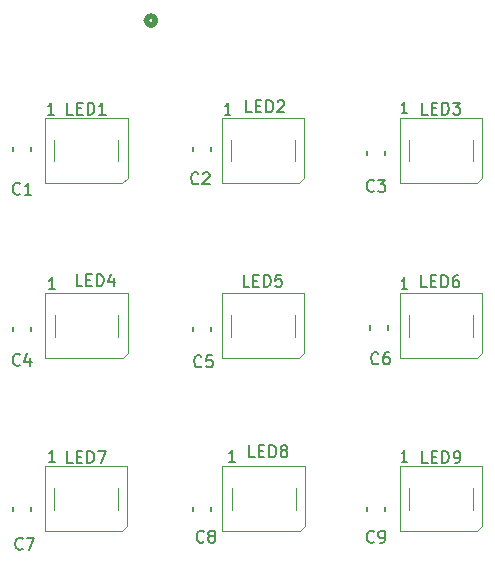
<source format=gbr>
%TF.GenerationSoftware,KiCad,Pcbnew,8.0.7*%
%TF.CreationDate,2025-02-24T23:51:06-05:00*%
%TF.ProjectId,pcb2,70636232-2e6b-4696-9361-645f70636258,rev?*%
%TF.SameCoordinates,Original*%
%TF.FileFunction,Legend,Top*%
%TF.FilePolarity,Positive*%
%FSLAX46Y46*%
G04 Gerber Fmt 4.6, Leading zero omitted, Abs format (unit mm)*
G04 Created by KiCad (PCBNEW 8.0.7) date 2025-02-24 23:51:06*
%MOMM*%
%LPD*%
G01*
G04 APERTURE LIST*
%ADD10C,0.150000*%
%ADD11C,0.152400*%
%ADD12C,0.120000*%
%ADD13C,0.508000*%
G04 APERTURE END LIST*
D10*
X147280333Y-104753580D02*
X147232714Y-104801200D01*
X147232714Y-104801200D02*
X147089857Y-104848819D01*
X147089857Y-104848819D02*
X146994619Y-104848819D01*
X146994619Y-104848819D02*
X146851762Y-104801200D01*
X146851762Y-104801200D02*
X146756524Y-104705961D01*
X146756524Y-104705961D02*
X146708905Y-104610723D01*
X146708905Y-104610723D02*
X146661286Y-104420247D01*
X146661286Y-104420247D02*
X146661286Y-104277390D01*
X146661286Y-104277390D02*
X146708905Y-104086914D01*
X146708905Y-104086914D02*
X146756524Y-103991676D01*
X146756524Y-103991676D02*
X146851762Y-103896438D01*
X146851762Y-103896438D02*
X146994619Y-103848819D01*
X146994619Y-103848819D02*
X147089857Y-103848819D01*
X147089857Y-103848819D02*
X147232714Y-103896438D01*
X147232714Y-103896438D02*
X147280333Y-103944057D01*
X148185095Y-103848819D02*
X147708905Y-103848819D01*
X147708905Y-103848819D02*
X147661286Y-104325009D01*
X147661286Y-104325009D02*
X147708905Y-104277390D01*
X147708905Y-104277390D02*
X147804143Y-104229771D01*
X147804143Y-104229771D02*
X148042238Y-104229771D01*
X148042238Y-104229771D02*
X148137476Y-104277390D01*
X148137476Y-104277390D02*
X148185095Y-104325009D01*
X148185095Y-104325009D02*
X148232714Y-104420247D01*
X148232714Y-104420247D02*
X148232714Y-104658342D01*
X148232714Y-104658342D02*
X148185095Y-104753580D01*
X148185095Y-104753580D02*
X148137476Y-104801200D01*
X148137476Y-104801200D02*
X148042238Y-104848819D01*
X148042238Y-104848819D02*
X147804143Y-104848819D01*
X147804143Y-104848819D02*
X147708905Y-104801200D01*
X147708905Y-104801200D02*
X147661286Y-104753580D01*
X147026333Y-89259580D02*
X146978714Y-89307200D01*
X146978714Y-89307200D02*
X146835857Y-89354819D01*
X146835857Y-89354819D02*
X146740619Y-89354819D01*
X146740619Y-89354819D02*
X146597762Y-89307200D01*
X146597762Y-89307200D02*
X146502524Y-89211961D01*
X146502524Y-89211961D02*
X146454905Y-89116723D01*
X146454905Y-89116723D02*
X146407286Y-88926247D01*
X146407286Y-88926247D02*
X146407286Y-88783390D01*
X146407286Y-88783390D02*
X146454905Y-88592914D01*
X146454905Y-88592914D02*
X146502524Y-88497676D01*
X146502524Y-88497676D02*
X146597762Y-88402438D01*
X146597762Y-88402438D02*
X146740619Y-88354819D01*
X146740619Y-88354819D02*
X146835857Y-88354819D01*
X146835857Y-88354819D02*
X146978714Y-88402438D01*
X146978714Y-88402438D02*
X147026333Y-88450057D01*
X147407286Y-88450057D02*
X147454905Y-88402438D01*
X147454905Y-88402438D02*
X147550143Y-88354819D01*
X147550143Y-88354819D02*
X147788238Y-88354819D01*
X147788238Y-88354819D02*
X147883476Y-88402438D01*
X147883476Y-88402438D02*
X147931095Y-88450057D01*
X147931095Y-88450057D02*
X147978714Y-88545295D01*
X147978714Y-88545295D02*
X147978714Y-88640533D01*
X147978714Y-88640533D02*
X147931095Y-88783390D01*
X147931095Y-88783390D02*
X147359667Y-89354819D01*
X147359667Y-89354819D02*
X147978714Y-89354819D01*
X166355952Y-98079819D02*
X165879762Y-98079819D01*
X165879762Y-98079819D02*
X165879762Y-97079819D01*
X166689286Y-97556009D02*
X167022619Y-97556009D01*
X167165476Y-98079819D02*
X166689286Y-98079819D01*
X166689286Y-98079819D02*
X166689286Y-97079819D01*
X166689286Y-97079819D02*
X167165476Y-97079819D01*
X167594048Y-98079819D02*
X167594048Y-97079819D01*
X167594048Y-97079819D02*
X167832143Y-97079819D01*
X167832143Y-97079819D02*
X167975000Y-97127438D01*
X167975000Y-97127438D02*
X168070238Y-97222676D01*
X168070238Y-97222676D02*
X168117857Y-97317914D01*
X168117857Y-97317914D02*
X168165476Y-97508390D01*
X168165476Y-97508390D02*
X168165476Y-97651247D01*
X168165476Y-97651247D02*
X168117857Y-97841723D01*
X168117857Y-97841723D02*
X168070238Y-97936961D01*
X168070238Y-97936961D02*
X167975000Y-98032200D01*
X167975000Y-98032200D02*
X167832143Y-98079819D01*
X167832143Y-98079819D02*
X167594048Y-98079819D01*
X169022619Y-97079819D02*
X168832143Y-97079819D01*
X168832143Y-97079819D02*
X168736905Y-97127438D01*
X168736905Y-97127438D02*
X168689286Y-97175057D01*
X168689286Y-97175057D02*
X168594048Y-97317914D01*
X168594048Y-97317914D02*
X168546429Y-97508390D01*
X168546429Y-97508390D02*
X168546429Y-97889342D01*
X168546429Y-97889342D02*
X168594048Y-97984580D01*
X168594048Y-97984580D02*
X168641667Y-98032200D01*
X168641667Y-98032200D02*
X168736905Y-98079819D01*
X168736905Y-98079819D02*
X168927381Y-98079819D01*
X168927381Y-98079819D02*
X169022619Y-98032200D01*
X169022619Y-98032200D02*
X169070238Y-97984580D01*
X169070238Y-97984580D02*
X169117857Y-97889342D01*
X169117857Y-97889342D02*
X169117857Y-97651247D01*
X169117857Y-97651247D02*
X169070238Y-97556009D01*
X169070238Y-97556009D02*
X169022619Y-97508390D01*
X169022619Y-97508390D02*
X168927381Y-97460771D01*
X168927381Y-97460771D02*
X168736905Y-97460771D01*
X168736905Y-97460771D02*
X168641667Y-97508390D01*
X168641667Y-97508390D02*
X168594048Y-97556009D01*
X168594048Y-97556009D02*
X168546429Y-97651247D01*
X164693571Y-98244819D02*
X164236428Y-98244819D01*
X164465000Y-98244819D02*
X164465000Y-97244819D01*
X164465000Y-97244819D02*
X164388809Y-97387676D01*
X164388809Y-97387676D02*
X164312619Y-97482914D01*
X164312619Y-97482914D02*
X164236428Y-97530533D01*
X166430952Y-83454819D02*
X165954762Y-83454819D01*
X165954762Y-83454819D02*
X165954762Y-82454819D01*
X166764286Y-82931009D02*
X167097619Y-82931009D01*
X167240476Y-83454819D02*
X166764286Y-83454819D01*
X166764286Y-83454819D02*
X166764286Y-82454819D01*
X166764286Y-82454819D02*
X167240476Y-82454819D01*
X167669048Y-83454819D02*
X167669048Y-82454819D01*
X167669048Y-82454819D02*
X167907143Y-82454819D01*
X167907143Y-82454819D02*
X168050000Y-82502438D01*
X168050000Y-82502438D02*
X168145238Y-82597676D01*
X168145238Y-82597676D02*
X168192857Y-82692914D01*
X168192857Y-82692914D02*
X168240476Y-82883390D01*
X168240476Y-82883390D02*
X168240476Y-83026247D01*
X168240476Y-83026247D02*
X168192857Y-83216723D01*
X168192857Y-83216723D02*
X168145238Y-83311961D01*
X168145238Y-83311961D02*
X168050000Y-83407200D01*
X168050000Y-83407200D02*
X167907143Y-83454819D01*
X167907143Y-83454819D02*
X167669048Y-83454819D01*
X168573810Y-82454819D02*
X169192857Y-82454819D01*
X169192857Y-82454819D02*
X168859524Y-82835771D01*
X168859524Y-82835771D02*
X169002381Y-82835771D01*
X169002381Y-82835771D02*
X169097619Y-82883390D01*
X169097619Y-82883390D02*
X169145238Y-82931009D01*
X169145238Y-82931009D02*
X169192857Y-83026247D01*
X169192857Y-83026247D02*
X169192857Y-83264342D01*
X169192857Y-83264342D02*
X169145238Y-83359580D01*
X169145238Y-83359580D02*
X169097619Y-83407200D01*
X169097619Y-83407200D02*
X169002381Y-83454819D01*
X169002381Y-83454819D02*
X168716667Y-83454819D01*
X168716667Y-83454819D02*
X168621429Y-83407200D01*
X168621429Y-83407200D02*
X168573810Y-83359580D01*
X164693571Y-83354819D02*
X164236428Y-83354819D01*
X164465000Y-83354819D02*
X164465000Y-82354819D01*
X164465000Y-82354819D02*
X164388809Y-82497676D01*
X164388809Y-82497676D02*
X164312619Y-82592914D01*
X164312619Y-82592914D02*
X164236428Y-82640533D01*
X162266333Y-104499580D02*
X162218714Y-104547200D01*
X162218714Y-104547200D02*
X162075857Y-104594819D01*
X162075857Y-104594819D02*
X161980619Y-104594819D01*
X161980619Y-104594819D02*
X161837762Y-104547200D01*
X161837762Y-104547200D02*
X161742524Y-104451961D01*
X161742524Y-104451961D02*
X161694905Y-104356723D01*
X161694905Y-104356723D02*
X161647286Y-104166247D01*
X161647286Y-104166247D02*
X161647286Y-104023390D01*
X161647286Y-104023390D02*
X161694905Y-103832914D01*
X161694905Y-103832914D02*
X161742524Y-103737676D01*
X161742524Y-103737676D02*
X161837762Y-103642438D01*
X161837762Y-103642438D02*
X161980619Y-103594819D01*
X161980619Y-103594819D02*
X162075857Y-103594819D01*
X162075857Y-103594819D02*
X162218714Y-103642438D01*
X162218714Y-103642438D02*
X162266333Y-103690057D01*
X163123476Y-103594819D02*
X162933000Y-103594819D01*
X162933000Y-103594819D02*
X162837762Y-103642438D01*
X162837762Y-103642438D02*
X162790143Y-103690057D01*
X162790143Y-103690057D02*
X162694905Y-103832914D01*
X162694905Y-103832914D02*
X162647286Y-104023390D01*
X162647286Y-104023390D02*
X162647286Y-104404342D01*
X162647286Y-104404342D02*
X162694905Y-104499580D01*
X162694905Y-104499580D02*
X162742524Y-104547200D01*
X162742524Y-104547200D02*
X162837762Y-104594819D01*
X162837762Y-104594819D02*
X163028238Y-104594819D01*
X163028238Y-104594819D02*
X163123476Y-104547200D01*
X163123476Y-104547200D02*
X163171095Y-104499580D01*
X163171095Y-104499580D02*
X163218714Y-104404342D01*
X163218714Y-104404342D02*
X163218714Y-104166247D01*
X163218714Y-104166247D02*
X163171095Y-104071009D01*
X163171095Y-104071009D02*
X163123476Y-104023390D01*
X163123476Y-104023390D02*
X163028238Y-103975771D01*
X163028238Y-103975771D02*
X162837762Y-103975771D01*
X162837762Y-103975771D02*
X162742524Y-104023390D01*
X162742524Y-104023390D02*
X162694905Y-104071009D01*
X162694905Y-104071009D02*
X162647286Y-104166247D01*
X151330952Y-98029819D02*
X150854762Y-98029819D01*
X150854762Y-98029819D02*
X150854762Y-97029819D01*
X151664286Y-97506009D02*
X151997619Y-97506009D01*
X152140476Y-98029819D02*
X151664286Y-98029819D01*
X151664286Y-98029819D02*
X151664286Y-97029819D01*
X151664286Y-97029819D02*
X152140476Y-97029819D01*
X152569048Y-98029819D02*
X152569048Y-97029819D01*
X152569048Y-97029819D02*
X152807143Y-97029819D01*
X152807143Y-97029819D02*
X152950000Y-97077438D01*
X152950000Y-97077438D02*
X153045238Y-97172676D01*
X153045238Y-97172676D02*
X153092857Y-97267914D01*
X153092857Y-97267914D02*
X153140476Y-97458390D01*
X153140476Y-97458390D02*
X153140476Y-97601247D01*
X153140476Y-97601247D02*
X153092857Y-97791723D01*
X153092857Y-97791723D02*
X153045238Y-97886961D01*
X153045238Y-97886961D02*
X152950000Y-97982200D01*
X152950000Y-97982200D02*
X152807143Y-98029819D01*
X152807143Y-98029819D02*
X152569048Y-98029819D01*
X154045238Y-97029819D02*
X153569048Y-97029819D01*
X153569048Y-97029819D02*
X153521429Y-97506009D01*
X153521429Y-97506009D02*
X153569048Y-97458390D01*
X153569048Y-97458390D02*
X153664286Y-97410771D01*
X153664286Y-97410771D02*
X153902381Y-97410771D01*
X153902381Y-97410771D02*
X153997619Y-97458390D01*
X153997619Y-97458390D02*
X154045238Y-97506009D01*
X154045238Y-97506009D02*
X154092857Y-97601247D01*
X154092857Y-97601247D02*
X154092857Y-97839342D01*
X154092857Y-97839342D02*
X154045238Y-97934580D01*
X154045238Y-97934580D02*
X153997619Y-97982200D01*
X153997619Y-97982200D02*
X153902381Y-98029819D01*
X153902381Y-98029819D02*
X153664286Y-98029819D01*
X153664286Y-98029819D02*
X153569048Y-97982200D01*
X153569048Y-97982200D02*
X153521429Y-97934580D01*
X136380952Y-112954819D02*
X135904762Y-112954819D01*
X135904762Y-112954819D02*
X135904762Y-111954819D01*
X136714286Y-112431009D02*
X137047619Y-112431009D01*
X137190476Y-112954819D02*
X136714286Y-112954819D01*
X136714286Y-112954819D02*
X136714286Y-111954819D01*
X136714286Y-111954819D02*
X137190476Y-111954819D01*
X137619048Y-112954819D02*
X137619048Y-111954819D01*
X137619048Y-111954819D02*
X137857143Y-111954819D01*
X137857143Y-111954819D02*
X138000000Y-112002438D01*
X138000000Y-112002438D02*
X138095238Y-112097676D01*
X138095238Y-112097676D02*
X138142857Y-112192914D01*
X138142857Y-112192914D02*
X138190476Y-112383390D01*
X138190476Y-112383390D02*
X138190476Y-112526247D01*
X138190476Y-112526247D02*
X138142857Y-112716723D01*
X138142857Y-112716723D02*
X138095238Y-112811961D01*
X138095238Y-112811961D02*
X138000000Y-112907200D01*
X138000000Y-112907200D02*
X137857143Y-112954819D01*
X137857143Y-112954819D02*
X137619048Y-112954819D01*
X138523810Y-111954819D02*
X139190476Y-111954819D01*
X139190476Y-111954819D02*
X138761905Y-112954819D01*
X134848571Y-112849819D02*
X134391428Y-112849819D01*
X134620000Y-112849819D02*
X134620000Y-111849819D01*
X134620000Y-111849819D02*
X134543809Y-111992676D01*
X134543809Y-111992676D02*
X134467619Y-112087914D01*
X134467619Y-112087914D02*
X134391428Y-112135533D01*
X166430952Y-112954819D02*
X165954762Y-112954819D01*
X165954762Y-112954819D02*
X165954762Y-111954819D01*
X166764286Y-112431009D02*
X167097619Y-112431009D01*
X167240476Y-112954819D02*
X166764286Y-112954819D01*
X166764286Y-112954819D02*
X166764286Y-111954819D01*
X166764286Y-111954819D02*
X167240476Y-111954819D01*
X167669048Y-112954819D02*
X167669048Y-111954819D01*
X167669048Y-111954819D02*
X167907143Y-111954819D01*
X167907143Y-111954819D02*
X168050000Y-112002438D01*
X168050000Y-112002438D02*
X168145238Y-112097676D01*
X168145238Y-112097676D02*
X168192857Y-112192914D01*
X168192857Y-112192914D02*
X168240476Y-112383390D01*
X168240476Y-112383390D02*
X168240476Y-112526247D01*
X168240476Y-112526247D02*
X168192857Y-112716723D01*
X168192857Y-112716723D02*
X168145238Y-112811961D01*
X168145238Y-112811961D02*
X168050000Y-112907200D01*
X168050000Y-112907200D02*
X167907143Y-112954819D01*
X167907143Y-112954819D02*
X167669048Y-112954819D01*
X168716667Y-112954819D02*
X168907143Y-112954819D01*
X168907143Y-112954819D02*
X169002381Y-112907200D01*
X169002381Y-112907200D02*
X169050000Y-112859580D01*
X169050000Y-112859580D02*
X169145238Y-112716723D01*
X169145238Y-112716723D02*
X169192857Y-112526247D01*
X169192857Y-112526247D02*
X169192857Y-112145295D01*
X169192857Y-112145295D02*
X169145238Y-112050057D01*
X169145238Y-112050057D02*
X169097619Y-112002438D01*
X169097619Y-112002438D02*
X169002381Y-111954819D01*
X169002381Y-111954819D02*
X168811905Y-111954819D01*
X168811905Y-111954819D02*
X168716667Y-112002438D01*
X168716667Y-112002438D02*
X168669048Y-112050057D01*
X168669048Y-112050057D02*
X168621429Y-112145295D01*
X168621429Y-112145295D02*
X168621429Y-112383390D01*
X168621429Y-112383390D02*
X168669048Y-112478628D01*
X168669048Y-112478628D02*
X168716667Y-112526247D01*
X168716667Y-112526247D02*
X168811905Y-112573866D01*
X168811905Y-112573866D02*
X169002381Y-112573866D01*
X169002381Y-112573866D02*
X169097619Y-112526247D01*
X169097619Y-112526247D02*
X169145238Y-112478628D01*
X169145238Y-112478628D02*
X169192857Y-112383390D01*
X164693571Y-112849819D02*
X164236428Y-112849819D01*
X164465000Y-112849819D02*
X164465000Y-111849819D01*
X164465000Y-111849819D02*
X164388809Y-111992676D01*
X164388809Y-111992676D02*
X164312619Y-112087914D01*
X164312619Y-112087914D02*
X164236428Y-112135533D01*
X161885333Y-89894580D02*
X161837714Y-89942200D01*
X161837714Y-89942200D02*
X161694857Y-89989819D01*
X161694857Y-89989819D02*
X161599619Y-89989819D01*
X161599619Y-89989819D02*
X161456762Y-89942200D01*
X161456762Y-89942200D02*
X161361524Y-89846961D01*
X161361524Y-89846961D02*
X161313905Y-89751723D01*
X161313905Y-89751723D02*
X161266286Y-89561247D01*
X161266286Y-89561247D02*
X161266286Y-89418390D01*
X161266286Y-89418390D02*
X161313905Y-89227914D01*
X161313905Y-89227914D02*
X161361524Y-89132676D01*
X161361524Y-89132676D02*
X161456762Y-89037438D01*
X161456762Y-89037438D02*
X161599619Y-88989819D01*
X161599619Y-88989819D02*
X161694857Y-88989819D01*
X161694857Y-88989819D02*
X161837714Y-89037438D01*
X161837714Y-89037438D02*
X161885333Y-89085057D01*
X162218667Y-88989819D02*
X162837714Y-88989819D01*
X162837714Y-88989819D02*
X162504381Y-89370771D01*
X162504381Y-89370771D02*
X162647238Y-89370771D01*
X162647238Y-89370771D02*
X162742476Y-89418390D01*
X162742476Y-89418390D02*
X162790095Y-89466009D01*
X162790095Y-89466009D02*
X162837714Y-89561247D01*
X162837714Y-89561247D02*
X162837714Y-89799342D01*
X162837714Y-89799342D02*
X162790095Y-89894580D01*
X162790095Y-89894580D02*
X162742476Y-89942200D01*
X162742476Y-89942200D02*
X162647238Y-89989819D01*
X162647238Y-89989819D02*
X162361524Y-89989819D01*
X162361524Y-89989819D02*
X162266286Y-89942200D01*
X162266286Y-89942200D02*
X162218667Y-89894580D01*
X136405952Y-83454819D02*
X135929762Y-83454819D01*
X135929762Y-83454819D02*
X135929762Y-82454819D01*
X136739286Y-82931009D02*
X137072619Y-82931009D01*
X137215476Y-83454819D02*
X136739286Y-83454819D01*
X136739286Y-83454819D02*
X136739286Y-82454819D01*
X136739286Y-82454819D02*
X137215476Y-82454819D01*
X137644048Y-83454819D02*
X137644048Y-82454819D01*
X137644048Y-82454819D02*
X137882143Y-82454819D01*
X137882143Y-82454819D02*
X138025000Y-82502438D01*
X138025000Y-82502438D02*
X138120238Y-82597676D01*
X138120238Y-82597676D02*
X138167857Y-82692914D01*
X138167857Y-82692914D02*
X138215476Y-82883390D01*
X138215476Y-82883390D02*
X138215476Y-83026247D01*
X138215476Y-83026247D02*
X138167857Y-83216723D01*
X138167857Y-83216723D02*
X138120238Y-83311961D01*
X138120238Y-83311961D02*
X138025000Y-83407200D01*
X138025000Y-83407200D02*
X137882143Y-83454819D01*
X137882143Y-83454819D02*
X137644048Y-83454819D01*
X139167857Y-83454819D02*
X138596429Y-83454819D01*
X138882143Y-83454819D02*
X138882143Y-82454819D01*
X138882143Y-82454819D02*
X138786905Y-82597676D01*
X138786905Y-82597676D02*
X138691667Y-82692914D01*
X138691667Y-82692914D02*
X138596429Y-82740533D01*
X134753571Y-83454819D02*
X134296428Y-83454819D01*
X134525000Y-83454819D02*
X134525000Y-82454819D01*
X134525000Y-82454819D02*
X134448809Y-82597676D01*
X134448809Y-82597676D02*
X134372619Y-82692914D01*
X134372619Y-82692914D02*
X134296428Y-82740533D01*
X137183952Y-97990819D02*
X136707762Y-97990819D01*
X136707762Y-97990819D02*
X136707762Y-96990819D01*
X137517286Y-97467009D02*
X137850619Y-97467009D01*
X137993476Y-97990819D02*
X137517286Y-97990819D01*
X137517286Y-97990819D02*
X137517286Y-96990819D01*
X137517286Y-96990819D02*
X137993476Y-96990819D01*
X138422048Y-97990819D02*
X138422048Y-96990819D01*
X138422048Y-96990819D02*
X138660143Y-96990819D01*
X138660143Y-96990819D02*
X138803000Y-97038438D01*
X138803000Y-97038438D02*
X138898238Y-97133676D01*
X138898238Y-97133676D02*
X138945857Y-97228914D01*
X138945857Y-97228914D02*
X138993476Y-97419390D01*
X138993476Y-97419390D02*
X138993476Y-97562247D01*
X138993476Y-97562247D02*
X138945857Y-97752723D01*
X138945857Y-97752723D02*
X138898238Y-97847961D01*
X138898238Y-97847961D02*
X138803000Y-97943200D01*
X138803000Y-97943200D02*
X138660143Y-97990819D01*
X138660143Y-97990819D02*
X138422048Y-97990819D01*
X139850619Y-97324152D02*
X139850619Y-97990819D01*
X139612524Y-96943200D02*
X139374429Y-97657485D01*
X139374429Y-97657485D02*
X139993476Y-97657485D01*
X134848571Y-98244819D02*
X134391428Y-98244819D01*
X134620000Y-98244819D02*
X134620000Y-97244819D01*
X134620000Y-97244819D02*
X134543809Y-97387676D01*
X134543809Y-97387676D02*
X134467619Y-97482914D01*
X134467619Y-97482914D02*
X134391428Y-97530533D01*
X151788952Y-112468819D02*
X151312762Y-112468819D01*
X151312762Y-112468819D02*
X151312762Y-111468819D01*
X152122286Y-111945009D02*
X152455619Y-111945009D01*
X152598476Y-112468819D02*
X152122286Y-112468819D01*
X152122286Y-112468819D02*
X152122286Y-111468819D01*
X152122286Y-111468819D02*
X152598476Y-111468819D01*
X153027048Y-112468819D02*
X153027048Y-111468819D01*
X153027048Y-111468819D02*
X153265143Y-111468819D01*
X153265143Y-111468819D02*
X153408000Y-111516438D01*
X153408000Y-111516438D02*
X153503238Y-111611676D01*
X153503238Y-111611676D02*
X153550857Y-111706914D01*
X153550857Y-111706914D02*
X153598476Y-111897390D01*
X153598476Y-111897390D02*
X153598476Y-112040247D01*
X153598476Y-112040247D02*
X153550857Y-112230723D01*
X153550857Y-112230723D02*
X153503238Y-112325961D01*
X153503238Y-112325961D02*
X153408000Y-112421200D01*
X153408000Y-112421200D02*
X153265143Y-112468819D01*
X153265143Y-112468819D02*
X153027048Y-112468819D01*
X154169905Y-111897390D02*
X154074667Y-111849771D01*
X154074667Y-111849771D02*
X154027048Y-111802152D01*
X154027048Y-111802152D02*
X153979429Y-111706914D01*
X153979429Y-111706914D02*
X153979429Y-111659295D01*
X153979429Y-111659295D02*
X154027048Y-111564057D01*
X154027048Y-111564057D02*
X154074667Y-111516438D01*
X154074667Y-111516438D02*
X154169905Y-111468819D01*
X154169905Y-111468819D02*
X154360381Y-111468819D01*
X154360381Y-111468819D02*
X154455619Y-111516438D01*
X154455619Y-111516438D02*
X154503238Y-111564057D01*
X154503238Y-111564057D02*
X154550857Y-111659295D01*
X154550857Y-111659295D02*
X154550857Y-111706914D01*
X154550857Y-111706914D02*
X154503238Y-111802152D01*
X154503238Y-111802152D02*
X154455619Y-111849771D01*
X154455619Y-111849771D02*
X154360381Y-111897390D01*
X154360381Y-111897390D02*
X154169905Y-111897390D01*
X154169905Y-111897390D02*
X154074667Y-111945009D01*
X154074667Y-111945009D02*
X154027048Y-111992628D01*
X154027048Y-111992628D02*
X153979429Y-112087866D01*
X153979429Y-112087866D02*
X153979429Y-112278342D01*
X153979429Y-112278342D02*
X154027048Y-112373580D01*
X154027048Y-112373580D02*
X154074667Y-112421200D01*
X154074667Y-112421200D02*
X154169905Y-112468819D01*
X154169905Y-112468819D02*
X154360381Y-112468819D01*
X154360381Y-112468819D02*
X154455619Y-112421200D01*
X154455619Y-112421200D02*
X154503238Y-112373580D01*
X154503238Y-112373580D02*
X154550857Y-112278342D01*
X154550857Y-112278342D02*
X154550857Y-112087866D01*
X154550857Y-112087866D02*
X154503238Y-111992628D01*
X154503238Y-111992628D02*
X154455619Y-111945009D01*
X154455619Y-111945009D02*
X154360381Y-111897390D01*
X150088571Y-112849819D02*
X149631428Y-112849819D01*
X149860000Y-112849819D02*
X149860000Y-111849819D01*
X149860000Y-111849819D02*
X149783809Y-111992676D01*
X149783809Y-111992676D02*
X149707619Y-112087914D01*
X149707619Y-112087914D02*
X149631428Y-112135533D01*
X151534952Y-83258819D02*
X151058762Y-83258819D01*
X151058762Y-83258819D02*
X151058762Y-82258819D01*
X151868286Y-82735009D02*
X152201619Y-82735009D01*
X152344476Y-83258819D02*
X151868286Y-83258819D01*
X151868286Y-83258819D02*
X151868286Y-82258819D01*
X151868286Y-82258819D02*
X152344476Y-82258819D01*
X152773048Y-83258819D02*
X152773048Y-82258819D01*
X152773048Y-82258819D02*
X153011143Y-82258819D01*
X153011143Y-82258819D02*
X153154000Y-82306438D01*
X153154000Y-82306438D02*
X153249238Y-82401676D01*
X153249238Y-82401676D02*
X153296857Y-82496914D01*
X153296857Y-82496914D02*
X153344476Y-82687390D01*
X153344476Y-82687390D02*
X153344476Y-82830247D01*
X153344476Y-82830247D02*
X153296857Y-83020723D01*
X153296857Y-83020723D02*
X153249238Y-83115961D01*
X153249238Y-83115961D02*
X153154000Y-83211200D01*
X153154000Y-83211200D02*
X153011143Y-83258819D01*
X153011143Y-83258819D02*
X152773048Y-83258819D01*
X153725429Y-82354057D02*
X153773048Y-82306438D01*
X153773048Y-82306438D02*
X153868286Y-82258819D01*
X153868286Y-82258819D02*
X154106381Y-82258819D01*
X154106381Y-82258819D02*
X154201619Y-82306438D01*
X154201619Y-82306438D02*
X154249238Y-82354057D01*
X154249238Y-82354057D02*
X154296857Y-82449295D01*
X154296857Y-82449295D02*
X154296857Y-82544533D01*
X154296857Y-82544533D02*
X154249238Y-82687390D01*
X154249238Y-82687390D02*
X153677810Y-83258819D01*
X153677810Y-83258819D02*
X154296857Y-83258819D01*
X149728571Y-83454819D02*
X149271428Y-83454819D01*
X149500000Y-83454819D02*
X149500000Y-82454819D01*
X149500000Y-82454819D02*
X149423809Y-82597676D01*
X149423809Y-82597676D02*
X149347619Y-82692914D01*
X149347619Y-82692914D02*
X149271428Y-82740533D01*
X161885333Y-119612580D02*
X161837714Y-119660200D01*
X161837714Y-119660200D02*
X161694857Y-119707819D01*
X161694857Y-119707819D02*
X161599619Y-119707819D01*
X161599619Y-119707819D02*
X161456762Y-119660200D01*
X161456762Y-119660200D02*
X161361524Y-119564961D01*
X161361524Y-119564961D02*
X161313905Y-119469723D01*
X161313905Y-119469723D02*
X161266286Y-119279247D01*
X161266286Y-119279247D02*
X161266286Y-119136390D01*
X161266286Y-119136390D02*
X161313905Y-118945914D01*
X161313905Y-118945914D02*
X161361524Y-118850676D01*
X161361524Y-118850676D02*
X161456762Y-118755438D01*
X161456762Y-118755438D02*
X161599619Y-118707819D01*
X161599619Y-118707819D02*
X161694857Y-118707819D01*
X161694857Y-118707819D02*
X161837714Y-118755438D01*
X161837714Y-118755438D02*
X161885333Y-118803057D01*
X162361524Y-119707819D02*
X162552000Y-119707819D01*
X162552000Y-119707819D02*
X162647238Y-119660200D01*
X162647238Y-119660200D02*
X162694857Y-119612580D01*
X162694857Y-119612580D02*
X162790095Y-119469723D01*
X162790095Y-119469723D02*
X162837714Y-119279247D01*
X162837714Y-119279247D02*
X162837714Y-118898295D01*
X162837714Y-118898295D02*
X162790095Y-118803057D01*
X162790095Y-118803057D02*
X162742476Y-118755438D01*
X162742476Y-118755438D02*
X162647238Y-118707819D01*
X162647238Y-118707819D02*
X162456762Y-118707819D01*
X162456762Y-118707819D02*
X162361524Y-118755438D01*
X162361524Y-118755438D02*
X162313905Y-118803057D01*
X162313905Y-118803057D02*
X162266286Y-118898295D01*
X162266286Y-118898295D02*
X162266286Y-119136390D01*
X162266286Y-119136390D02*
X162313905Y-119231628D01*
X162313905Y-119231628D02*
X162361524Y-119279247D01*
X162361524Y-119279247D02*
X162456762Y-119326866D01*
X162456762Y-119326866D02*
X162647238Y-119326866D01*
X162647238Y-119326866D02*
X162742476Y-119279247D01*
X162742476Y-119279247D02*
X162790095Y-119231628D01*
X162790095Y-119231628D02*
X162837714Y-119136390D01*
X132138333Y-120199580D02*
X132090714Y-120247200D01*
X132090714Y-120247200D02*
X131947857Y-120294819D01*
X131947857Y-120294819D02*
X131852619Y-120294819D01*
X131852619Y-120294819D02*
X131709762Y-120247200D01*
X131709762Y-120247200D02*
X131614524Y-120151961D01*
X131614524Y-120151961D02*
X131566905Y-120056723D01*
X131566905Y-120056723D02*
X131519286Y-119866247D01*
X131519286Y-119866247D02*
X131519286Y-119723390D01*
X131519286Y-119723390D02*
X131566905Y-119532914D01*
X131566905Y-119532914D02*
X131614524Y-119437676D01*
X131614524Y-119437676D02*
X131709762Y-119342438D01*
X131709762Y-119342438D02*
X131852619Y-119294819D01*
X131852619Y-119294819D02*
X131947857Y-119294819D01*
X131947857Y-119294819D02*
X132090714Y-119342438D01*
X132090714Y-119342438D02*
X132138333Y-119390057D01*
X132471667Y-119294819D02*
X133138333Y-119294819D01*
X133138333Y-119294819D02*
X132709762Y-120294819D01*
X131913333Y-104626580D02*
X131865714Y-104674200D01*
X131865714Y-104674200D02*
X131722857Y-104721819D01*
X131722857Y-104721819D02*
X131627619Y-104721819D01*
X131627619Y-104721819D02*
X131484762Y-104674200D01*
X131484762Y-104674200D02*
X131389524Y-104578961D01*
X131389524Y-104578961D02*
X131341905Y-104483723D01*
X131341905Y-104483723D02*
X131294286Y-104293247D01*
X131294286Y-104293247D02*
X131294286Y-104150390D01*
X131294286Y-104150390D02*
X131341905Y-103959914D01*
X131341905Y-103959914D02*
X131389524Y-103864676D01*
X131389524Y-103864676D02*
X131484762Y-103769438D01*
X131484762Y-103769438D02*
X131627619Y-103721819D01*
X131627619Y-103721819D02*
X131722857Y-103721819D01*
X131722857Y-103721819D02*
X131865714Y-103769438D01*
X131865714Y-103769438D02*
X131913333Y-103817057D01*
X132770476Y-104055152D02*
X132770476Y-104721819D01*
X132532381Y-103674200D02*
X132294286Y-104388485D01*
X132294286Y-104388485D02*
X132913333Y-104388485D01*
X131918333Y-90144580D02*
X131870714Y-90192200D01*
X131870714Y-90192200D02*
X131727857Y-90239819D01*
X131727857Y-90239819D02*
X131632619Y-90239819D01*
X131632619Y-90239819D02*
X131489762Y-90192200D01*
X131489762Y-90192200D02*
X131394524Y-90096961D01*
X131394524Y-90096961D02*
X131346905Y-90001723D01*
X131346905Y-90001723D02*
X131299286Y-89811247D01*
X131299286Y-89811247D02*
X131299286Y-89668390D01*
X131299286Y-89668390D02*
X131346905Y-89477914D01*
X131346905Y-89477914D02*
X131394524Y-89382676D01*
X131394524Y-89382676D02*
X131489762Y-89287438D01*
X131489762Y-89287438D02*
X131632619Y-89239819D01*
X131632619Y-89239819D02*
X131727857Y-89239819D01*
X131727857Y-89239819D02*
X131870714Y-89287438D01*
X131870714Y-89287438D02*
X131918333Y-89335057D01*
X132870714Y-90239819D02*
X132299286Y-90239819D01*
X132585000Y-90239819D02*
X132585000Y-89239819D01*
X132585000Y-89239819D02*
X132489762Y-89382676D01*
X132489762Y-89382676D02*
X132394524Y-89477914D01*
X132394524Y-89477914D02*
X132299286Y-89525533D01*
X147478333Y-119599580D02*
X147430714Y-119647200D01*
X147430714Y-119647200D02*
X147287857Y-119694819D01*
X147287857Y-119694819D02*
X147192619Y-119694819D01*
X147192619Y-119694819D02*
X147049762Y-119647200D01*
X147049762Y-119647200D02*
X146954524Y-119551961D01*
X146954524Y-119551961D02*
X146906905Y-119456723D01*
X146906905Y-119456723D02*
X146859286Y-119266247D01*
X146859286Y-119266247D02*
X146859286Y-119123390D01*
X146859286Y-119123390D02*
X146906905Y-118932914D01*
X146906905Y-118932914D02*
X146954524Y-118837676D01*
X146954524Y-118837676D02*
X147049762Y-118742438D01*
X147049762Y-118742438D02*
X147192619Y-118694819D01*
X147192619Y-118694819D02*
X147287857Y-118694819D01*
X147287857Y-118694819D02*
X147430714Y-118742438D01*
X147430714Y-118742438D02*
X147478333Y-118790057D01*
X148049762Y-119123390D02*
X147954524Y-119075771D01*
X147954524Y-119075771D02*
X147906905Y-119028152D01*
X147906905Y-119028152D02*
X147859286Y-118932914D01*
X147859286Y-118932914D02*
X147859286Y-118885295D01*
X147859286Y-118885295D02*
X147906905Y-118790057D01*
X147906905Y-118790057D02*
X147954524Y-118742438D01*
X147954524Y-118742438D02*
X148049762Y-118694819D01*
X148049762Y-118694819D02*
X148240238Y-118694819D01*
X148240238Y-118694819D02*
X148335476Y-118742438D01*
X148335476Y-118742438D02*
X148383095Y-118790057D01*
X148383095Y-118790057D02*
X148430714Y-118885295D01*
X148430714Y-118885295D02*
X148430714Y-118932914D01*
X148430714Y-118932914D02*
X148383095Y-119028152D01*
X148383095Y-119028152D02*
X148335476Y-119075771D01*
X148335476Y-119075771D02*
X148240238Y-119123390D01*
X148240238Y-119123390D02*
X148049762Y-119123390D01*
X148049762Y-119123390D02*
X147954524Y-119171009D01*
X147954524Y-119171009D02*
X147906905Y-119218628D01*
X147906905Y-119218628D02*
X147859286Y-119313866D01*
X147859286Y-119313866D02*
X147859286Y-119504342D01*
X147859286Y-119504342D02*
X147906905Y-119599580D01*
X147906905Y-119599580D02*
X147954524Y-119647200D01*
X147954524Y-119647200D02*
X148049762Y-119694819D01*
X148049762Y-119694819D02*
X148240238Y-119694819D01*
X148240238Y-119694819D02*
X148335476Y-119647200D01*
X148335476Y-119647200D02*
X148383095Y-119599580D01*
X148383095Y-119599580D02*
X148430714Y-119504342D01*
X148430714Y-119504342D02*
X148430714Y-119313866D01*
X148430714Y-119313866D02*
X148383095Y-119218628D01*
X148383095Y-119218628D02*
X148335476Y-119171009D01*
X148335476Y-119171009D02*
X148240238Y-119123390D01*
D11*
%TO.C,C5*%
X146570700Y-101412250D02*
X146570700Y-101787750D01*
X148069300Y-101787750D02*
X148069300Y-101412250D01*
%TO.C,C2*%
X146570700Y-86172250D02*
X146570700Y-86547750D01*
X148069300Y-86547750D02*
X148069300Y-86172250D01*
D12*
%TO.C,LED6*%
X164050000Y-98600000D02*
X164050000Y-104100000D01*
X164050000Y-98600000D02*
X171050000Y-98600000D01*
X164050000Y-104100000D02*
X170600000Y-104100000D01*
X164850000Y-102250000D02*
X164850000Y-100450000D01*
X170250000Y-102250000D02*
X170250000Y-100450000D01*
X170600000Y-104100000D02*
X171050000Y-103650000D01*
X171050000Y-103650000D02*
X171050000Y-98600000D01*
%TO.C,LED3*%
X164050000Y-83750000D02*
X164050000Y-89250000D01*
X164050000Y-83750000D02*
X171050000Y-83750000D01*
X164050000Y-89250000D02*
X170600000Y-89250000D01*
X164850000Y-87400000D02*
X164850000Y-85600000D01*
X170250000Y-87400000D02*
X170250000Y-85600000D01*
X170600000Y-89250000D02*
X171050000Y-88800000D01*
X171050000Y-88800000D02*
X171050000Y-83750000D01*
D11*
%TO.C,C6*%
X161582700Y-101312250D02*
X161582700Y-101687750D01*
X163081300Y-101687750D02*
X163081300Y-101312250D01*
D12*
%TO.C,LED5*%
X149000000Y-98600000D02*
X149000000Y-104100000D01*
X149000000Y-98600000D02*
X156000000Y-98600000D01*
X149000000Y-104100000D02*
X155550000Y-104100000D01*
X149800000Y-102250000D02*
X149800000Y-100450000D01*
X155200000Y-102250000D02*
X155200000Y-100450000D01*
X155550000Y-104100000D02*
X156000000Y-103650000D01*
X156000000Y-103650000D02*
X156000000Y-98600000D01*
%TO.C,LED7*%
X134000000Y-113250000D02*
X134000000Y-118750000D01*
X134000000Y-113250000D02*
X141000000Y-113250000D01*
X134000000Y-118750000D02*
X140550000Y-118750000D01*
X134800000Y-116900000D02*
X134800000Y-115100000D01*
X140200000Y-116900000D02*
X140200000Y-115100000D01*
X140550000Y-118750000D02*
X141000000Y-118300000D01*
X141000000Y-118300000D02*
X141000000Y-113250000D01*
%TO.C,LED9*%
X164050000Y-113250000D02*
X164050000Y-118750000D01*
X164050000Y-113250000D02*
X171050000Y-113250000D01*
X164050000Y-118750000D02*
X170600000Y-118750000D01*
X164850000Y-116900000D02*
X164850000Y-115100000D01*
X170250000Y-116900000D02*
X170250000Y-115100000D01*
X170600000Y-118750000D02*
X171050000Y-118300000D01*
X171050000Y-118300000D02*
X171050000Y-113250000D01*
D11*
%TO.C,C3*%
X161302700Y-86512250D02*
X161302700Y-86887750D01*
X162801300Y-86887750D02*
X162801300Y-86512250D01*
D12*
%TO.C,LED1*%
X134025000Y-83750000D02*
X134025000Y-89250000D01*
X134025000Y-83750000D02*
X141025000Y-83750000D01*
X134025000Y-89250000D02*
X140575000Y-89250000D01*
X134825000Y-87400000D02*
X134825000Y-85600000D01*
X140225000Y-87400000D02*
X140225000Y-85600000D01*
X140575000Y-89250000D02*
X141025000Y-88800000D01*
X141025000Y-88800000D02*
X141025000Y-83750000D01*
%TO.C,LED4*%
X134050000Y-98600000D02*
X134050000Y-104100000D01*
X134050000Y-98600000D02*
X141050000Y-98600000D01*
X134050000Y-104100000D02*
X140600000Y-104100000D01*
X134850000Y-102250000D02*
X134850000Y-100450000D01*
X140250000Y-102250000D02*
X140250000Y-100450000D01*
X140600000Y-104100000D02*
X141050000Y-103650000D01*
X141050000Y-103650000D02*
X141050000Y-98600000D01*
%TO.C,LED8*%
X149050000Y-113250000D02*
X149050000Y-118750000D01*
X149050000Y-113250000D02*
X156050000Y-113250000D01*
X149050000Y-118750000D02*
X155600000Y-118750000D01*
X149850000Y-116900000D02*
X149850000Y-115100000D01*
X155250000Y-116900000D02*
X155250000Y-115100000D01*
X155600000Y-118750000D02*
X156050000Y-118300000D01*
X156050000Y-118300000D02*
X156050000Y-113250000D01*
%TO.C,LED2*%
X149000000Y-83750000D02*
X149000000Y-89250000D01*
X149000000Y-83750000D02*
X156000000Y-83750000D01*
X149000000Y-89250000D02*
X155550000Y-89250000D01*
X149800000Y-87400000D02*
X149800000Y-85600000D01*
X155200000Y-87400000D02*
X155200000Y-85600000D01*
X155550000Y-89250000D02*
X156000000Y-88800000D01*
X156000000Y-88800000D02*
X156000000Y-83750000D01*
D11*
%TO.C,C9*%
X161302700Y-116652250D02*
X161302700Y-117027750D01*
X162801300Y-117027750D02*
X162801300Y-116652250D01*
%TO.C,C7*%
X131330700Y-116652250D02*
X131330700Y-117027750D01*
X132829300Y-117027750D02*
X132829300Y-116652250D01*
%TO.C,C4*%
X131330700Y-101412250D02*
X131330700Y-101787750D01*
X132829300Y-101787750D02*
X132829300Y-101412250D01*
%TO.C,C1*%
X131330700Y-86172250D02*
X131330700Y-86547750D01*
X132829300Y-86547750D02*
X132829300Y-86172250D01*
%TO.C,C8*%
X146570700Y-116652250D02*
X146570700Y-117027750D01*
X148069300Y-117027750D02*
X148069300Y-116652250D01*
D13*
%TO.C,J1*%
X143381000Y-75500000D02*
G75*
G02*
X142619000Y-75500000I-381000J0D01*
G01*
X142619000Y-75500000D02*
G75*
G02*
X143381000Y-75500000I381000J0D01*
G01*
%TD*%
M02*

</source>
